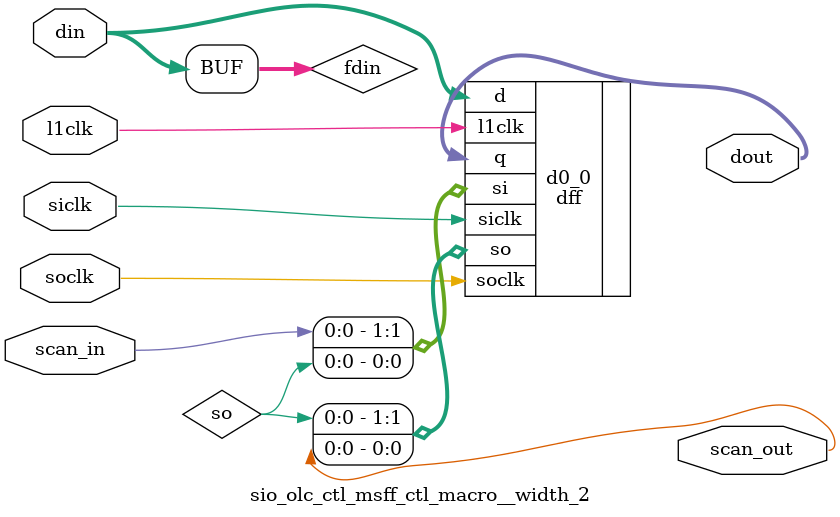
<source format=v>
`define SIO_L2SIO_J_BIT            31
`define SIO_L2SIO_CTGECC_MSB_BIT   30
`define SIO_L2SIO_CTGECC_LSB_BIT   25
`define SIO_L2SIO_RASUE_BIT           24
`define SIO_L2SIO_O_BIT            23
`define SIO_L2SIO_P_BIT            22
`define SIO_L2SIO_E_BIT            21
`define SIO_L2SIO_S_BIT            20
`define SIO_L2SIO_CBA2_BIT         19
`define SIO_L2SIO_CBA1_BIT         18
`define SIO_L2SIO_CBA0_BIT         17
`define SIO_L2SIO_R_BIT            16

`define RF_RDEN_OFFSTATE            1'b1

/* 2 per L2 bank, or 16 instances in SIO */
/* Write fast, Read fast */
`define SIO_OLD_RF_DATAWIDTH          32
`define SIO_OLD_RF_ADDRWIDTH           5
`define SIO_OLD_RF_DEPTH              32

/* 2 per IO device, or 4 instances in SIO */
/* Write fast, Read slow */
/* only using 68 out of 72 bits now */
`define SIO_OPD_DATA_RF_DATAWIDTH     72
`define SIO_OPD_DATA_RF_ADDRWIDTH      6
`define SIO_OPD_DATA_RF_DEPTH         64

/* 1 per IO device, or 2 instances in SIO */	       	       
/* Write fast, Read slow */
/* Logically use 18 bits wide and 16 entries */
/* Memory compiled sync fifo - with input flops, without output flops */

`define SIO_OPD_HDR_RF_DATAWIDTH      18
`define SIO_OPD_HDR_RF_ADDRWIDTH       4
`define SIO_OPD_HDR_RF_DEPTH          16



module sio_olc_ctl (
  l2clk, 
  olc_oldue_check_clrerr, 
  olc_oldue_check_en, 
  olc_oldue_wr_en, 
  olc_oldue_rd_addr, 
  olc_oldue_selfwd, 
  olc_oldue_pass_late_ue, 
  olc_old_selhdr, 
  olc_oldhq_wr_en, 
  olc_oldhq_rd_addr, 
  olc_olddq0_wr_en, 
  olc_olddq0_wr_addr, 
  olc_olddq0_rd_en, 
  olc_olddq0_rd_addr, 
  olc_olddq1_wr_en, 
  olc_olddq1_wr_addr, 
  olc_olddq1_rd_en, 
  olc_olddq1_rd_addr, 
  l2sio_v_bit, 
  l2sio_r_bit, 
  l2sio_p_bit, 
  l2sio_j_bit, 
  l2b_sio_ue_err_r, 
  olc_opcc_req, 
  opcc_olc_gnt, 
  sio_sii_olc_ilc_dequeue, 
  ojc_old_wr_en, 
  ojc_old_jtagsr_en, 
  ojc_opcc_sync, 
  ojc_opcc_ack, 
  tcu_scan_en, 
  scan_in, 
  tcu_aclk, 
  tcu_bclk, 
  tcu_pce_ov, 
  tcu_clk_stop, 
  scan_out);
wire se;
wire siclk;
wire soclk;
wire pce_ov;
wire stop;
wire l1clk;
wire si_0;
wire so_0;
wire ojc_old_jtagsr_en_l;
wire ojc_old_jtagsr_en_r;
wire spare0_buf_32x_unused;
wire spare0_nand3_8x_unused;
wire spare0_inv_8x_unused;
wire spare0_aoi22_4x_unused;
wire spare0_buf_8x_unused;
wire spare0_oai22_4x_unused;
wire spare0_inv_16x_unused;
wire spare0_nand2_16x_unused;
wire spare0_nor3_4x_unused;
wire spare0_nand2_8x_unused;
wire spare0_buf_16x_unused;
wire spare0_nor2_16x_unused;
wire spare0_inv_32x_unused;
wire ojc_cycle_sol1;
wire ojc_cycle_sol0;
wire [5:0] shcnt;
wire ojc_cycle_soh0;
wire ojc_ack_soh0;
wire [5:0] shcnt_next;
wire ff_ojc_cycle_sox_scanin;
wire ff_ojc_cycle_sox_scanout;
wire ojc_cycle_soh1;
wire ff_ojc_ack_sox_scanin;
wire ff_ojc_ack_sox_scanout;
wire ojc_ack_sol1;
wire ojc_ack_sol0;
wire ojc_ack_soh1;
wire ff_ojc_shcnt_scanin;
wire ff_ojc_shcnt_scanout;
wire [15:0] olc_cycle_sol;
wire ue_check_en;
wire ue_wr_en;
wire [2:0] ue_wr_ptr;
wire [2:0] ue_rd_ptr;
wire olc_cycle_slph;
wire was_notcutthru;
wire uestore_;
wire olc_oldue_pass_late_ue_l;
wire olc_oldue_pass_late_ue_r;
wire ff_pass_late_ue_scanin;
wire ff_pass_late_ue_scanout;
wire ff_l2b_sio_ue_err_scanin;
wire ff_l2b_sio_ue_err_scanout;
wire olc_cycle_soh0;
wire [2:0] hq_wr_ptr;
wire [2:0] hq_rd_ptr;
wire pq0_wr_en;
wire [6:0] pq_wr_ptr;
wire pq0_rd_en;
wire [6:0] pq_rd_ptr;
wire pq1_wr_en;
wire pq1_rd_en;
wire [15:0] olc_nextcycleis_sol;
wire olc_cycle_soh1;
wire ff_olc_cycle_scanin;
wire ff_olc_cycle_scanout;
wire olc_nextcycleis_soh1;
wire hq_wr_ptr_inc;
wire [2:0] hq_wr_ptr_next;
wire [2:0] hq_wr_ptr_plus1;
wire ff_hq_wr_ptr_scanin;
wire ff_hq_wr_ptr_scanout;
wire [6:0] pq_wr_ptr_next;
wire pq_wr_ptr_inc;
wire [6:0] pq_wr_ptr_plus1;
wire ff_pq_wr_ptr_scanin;
wire ff_pq_wr_ptr_scanout;
wire ff_pq_wr_en_scanin;
wire ff_pq_wr_en_scanout;
wire pq1_nextwren;
wire pq0_nextwren;
wire pq0_wr_ptr_inc;
wire pq1_wr_ptr_inc;
wire ue_nextchecken;
wire ue_nextwren;
wire ue_wr_ptr_inc;
wire [2:0] ue_wr_ptr_next;
wire [2:0] ue_wr_ptr_plus1;
wire ff_ue_en_scanin;
wire ff_ue_en_scanout;
wire ff_ue_wr_ptr_scanin;
wire ff_ue_wr_ptr_scanout;
wire olc_nextcycleis_slpr;
wire olc_cycle_slpr;
wire header_access_same_entry;
wire oldhq_dout_r_bit;
wire payload_ready;
wire header_will_access_same_entry;
wire future_payload_ready;
wire header_now_access_same_entry;
wire future_payload_was_ready;
wire olc_nextcycleis_slph;
wire ff_slp_cycle_scanin;
wire ff_slp_cycle_scanout;
wire [2:0] hq_rd_ptr_plus1;
wire ff_header_now_access_same_entry_scanin;
wire ff_header_now_access_same_entry_scanout;
wire notcutthru;
wire payload_access_same_line;
wire same_line_write_above_threshold;
wire payload_will_access_same_line;
wire [6:0] pq_rd_ptr_plus1;
wire [6:0] pq_rd_ptr_plus6;
wire ff_payload_readys_scanin;
wire ff_payload_readys_scanout;
wire hq_rd_ptr_inc;
wire ue_rd_ptr_inc_e1;
wire [2:0] hq_rd_ptr_next;
wire ff_ue_rd_ptr_inc_scanin;
wire ff_ue_rd_ptr_inc_scanout;
wire ue_rd_ptr_inc;
wire ff_hq_rd_ptr_scanin;
wire ff_hq_rd_ptr_scanout;
wire ff_dequeue_scanin;
wire ff_dequeue_scanout;
wire pq_rd_ptr_inc;
wire pq1_nextrden;
wire pq0_nextrden;
wire [6:0] pq_rd_ptr_next;
wire [2:0] ue_rd_ptr_next;
wire [2:0] ue_rd_ptr_plus1;
wire ff_pq_rd_ptr_scanin;
wire ff_pq_rd_ptr_scanout;
wire ff_pq_rd_en_scanin;
wire ff_pq_rd_en_scanout;
wire ff_ue_rd_ptr_scanin;
wire ff_ue_rd_ptr_scanout;
wire ff_l2sio_r_bit0_scanin;
wire ff_l2sio_r_bit0_scanout;
wire pre_r_bit0;
wire l2sio_r_bit0_r;
wire ff_l2sio_r_bit1_scanin;
wire ff_l2sio_r_bit1_scanout;
wire pre_r_bit1;
wire l2sio_r_bit1_r;
wire ff_l2sio_r_bit2_scanin;
wire ff_l2sio_r_bit2_scanout;
wire pre_r_bit2;
wire l2sio_r_bit2_r;
wire ff_l2sio_r_bit3_scanin;
wire ff_l2sio_r_bit3_scanout;
wire pre_r_bit3;
wire l2sio_r_bit3_r;
wire ff_l2sio_r_bit_scanin;
wire ff_l2sio_r_bit_scanout;


   input          l2clk;
   output 	  olc_oldue_check_clrerr;      // start of parity checking -- clear out any prior error state
   output 	  olc_oldue_check_en;          // flop-enable for the parity error accumulator
   output [3:0]	  olc_oldue_wr_en;             // write enable for UE fifo
   output [1:0]   olc_oldue_rd_addr;           // read pointer for UE fifo
   output 	  olc_oldue_selfwd;          // cut-thru case --- ue fifo is not correct
   output 	  olc_oldue_pass_late_ue;
   
   output 	  olc_old_selhdr;            // select header not data as outputs


   output [3:0]	  olc_oldhq_wr_en;	// header queue write-enable
   output [ 1:0]  olc_oldhq_rd_addr;	// header queue read-addr

   output 	  olc_olddq0_wr_en;	// data queue write-enable

// output [`SIO_OLD_RF_ADDRWIDTH-1:0] olc_olddq0_wr_addr;	// data queue write-addr
   output [4:0]   olc_olddq0_wr_addr;	// data queue write-addr
   output 	  olc_olddq0_rd_en;	// data queue read-enable

// output [`SIO_OLD_RF_ADDRWIDTH-1:00] olc_olddq0_rd_addr;	// data queue read-addr
   output [4:0]   olc_olddq0_rd_addr;	// data queue read-addr

   output 	  olc_olddq1_wr_en;	// data queue write-enable

// output [`SIO_OLD_RF_ADDRWIDTH-1:00] olc_olddq1_wr_addr;	// data queue write-addr
   output [4:0]   olc_olddq1_wr_addr;	// data queue write-addr
   output 	  olc_olddq1_rd_en;	// data queue read-enable

// output [`SIO_OLD_RF_ADDRWIDTH-1:00] olc_olddq1_rd_addr;	// data queue read-addr
   output [4:0]   olc_olddq1_rd_addr;	// data queue read-addr


   input          l2sio_v_bit;          // Response valid from L2 to SIO
   input          l2sio_r_bit;          // read bit - 1 = read, 0=write
   input          l2sio_p_bit;          // Posted bit - 1=no ack needed
   input          l2sio_j_bit;          // Jtag bit - 1 = jtag
   input	  l2b_sio_ue_err_r;
 	  


   output 	  olc_opcc_req;          // request for olp bus

   input 	  opcc_olc_gnt; // transfer is granted
    
   output 	  sio_sii_olc_ilc_dequeue; // dequeued an request buffer entry
//   output 	  sio_sii_olc_ilc_data_dequeue; // dequeued a read buffer entry
   

   output [1:0]	  ojc_old_wr_en;	// store the jtag read data, 
                                        // [1]=load 8Bytes to head (63:32), [0]=load 8Bytes to tail
   output 	  ojc_old_jtagsr_en;	// either store the jtag read data or
                                        // shift....
                                        // shift out another bit from the head (lsb),
                                        // shift bits [n:1] into [n-1:0]
                                        // shift in a 0 to the tail [n]
   output 	  ojc_opcc_sync;
   output 	  ojc_opcc_ack;
 	  

   
   input 	  tcu_scan_en;
   input 	  scan_in;
   input 	  tcu_aclk;
   input 	  tcu_bclk; 
   input 	  tcu_pce_ov;
   input 	  tcu_clk_stop;
   output 	  scan_out;

   reg		pre_r_bit;

   ///////////////////////////////////////
   // Scan chain connections            
   ///////////////////////////////////////
   // scan renames
   assign 	  se = tcu_scan_en;
   assign 	  siclk = tcu_aclk;
   assign 	  soclk = tcu_bclk;
   assign 	  pce_ov = tcu_pce_ov;
   assign 	  stop = tcu_clk_stop;
   // end scan

   sio_olc_ctl_l1clkhdr_ctl_macro clkgen (
			      .l2clk  (l2clk                  ),
			      .l1en   (1'b1                   ),
			      .l1clk  (l1clk                  ),
  .pce_ov(pce_ov),
  .stop(stop),
  .se(se)
			      );
// spare gates expansion
cl_sc1_msff_8x ff_ojc_old_jtagsr_en (.l1clk(l1clk),
                               .siclk(siclk),
                               .soclk(soclk),
                               .si(si_0),
                               .so(so_0),
                               .d(ojc_old_jtagsr_en_l),
                               .q(ojc_old_jtagsr_en_r));

cl_u1_buf_32x   spare0_buf_32x (.in(1'b1),
                                   .out(spare0_buf_32x_unused));
cl_u1_nand3_8x spare0_nand3_8x (.in0(1'b1),
                                   .in1(1'b1),
                                   .in2(1'b1),
                                   .out(spare0_nand3_8x_unused));
cl_u1_inv_8x    spare0_inv_8x (.in(1'b1),
                                  .out(spare0_inv_8x_unused));
cl_u1_aoi22_4x spare0_aoi22_4x (.in00(1'b1),
                                   .in01(1'b1),
                                   .in10(1'b1),
                                   .in11(1'b1),
                                   .out(spare0_aoi22_4x_unused));
cl_u1_buf_8x    spare0_buf_8x (.in(1'b1),
                                  .out(spare0_buf_8x_unused));
cl_u1_oai22_4x spare0_oai22_4x (.in00(1'b1),
                                   .in01(1'b1),
                                   .in10(1'b1),
                                   .in11(1'b1),
                                   .out(spare0_oai22_4x_unused));
cl_u1_inv_16x   spare0_inv_16x (.in(1'b1),
                                   .out(spare0_inv_16x_unused));
cl_u1_nand2_16x spare0_nand2_16x (.in0(1'b1),
                                     .in1(1'b1),
                                     .out(spare0_nand2_16x_unused));
cl_u1_nor3_4x spare0_nor3_4x (.in0(1'b0),
                                 .in1(1'b0),
                                 .in2(1'b0),
                                 .out(spare0_nor3_4x_unused));
cl_u1_nand2_8x spare0_nand2_8x (.in0(1'b1),
                                   .in1(1'b1),
                                   .out(spare0_nand2_8x_unused));
cl_u1_buf_16x   spare0_buf_16x (.in(1'b1),
                                   .out(spare0_buf_16x_unused));
cl_u1_nor2_16x spare0_nor2_16x (.in0(1'b0),
                                   .in1(1'b0),
                                   .out(spare0_nor2_16x_unused));
cl_u1_inv_32x   spare0_inv_32x (.in(1'b1),
                                   .out(spare0_inv_32x_unused));


   ///////////////////////////////////////
   // BEGIN JTAG RESPONSE SECTION
   ///////////////////////////////////////
   
   assign 	  ojc_old_wr_en[1:0] = {ojc_cycle_sol1, ojc_cycle_sol0};
   
   assign 	  ojc_old_jtagsr_en = |{ojc_old_jtagsr_en_l, ojc_old_jtagsr_en_r};
   assign 	  ojc_old_jtagsr_en_l = |{ojc_cycle_sol1, ojc_cycle_sol0, shcnt[5:0]};
   
   assign 	  ojc_cycle_soh0 = l2sio_v_bit & l2sio_j_bit;
   assign 	  ojc_ack_soh0 = l2sio_v_bit & ~l2sio_r_bit;

   assign 	  shcnt_next[5:0] = (ojc_cycle_sol1 | (|shcnt[5:0])) ? (shcnt[5:0] + 6'b000001) : 6'b000000;

   
   sio_olc_ctl_msff_ctl_macro__width_4 ff_ojc_cycle_sox  (
	.scan_in(ff_ojc_cycle_sox_scanin),
	.scan_out(ff_ojc_cycle_sox_scanout),
	.din  ({ojc_cycle_sol1, ojc_cycle_sol0, ojc_cycle_soh1, ojc_cycle_soh0}),
	.dout ({ojc_opcc_sync,  ojc_cycle_sol1, ojc_cycle_sol0, ojc_cycle_soh1}),
  .l1clk(l1clk),
  .siclk(siclk),
  .soclk(soclk)
	);

   sio_olc_ctl_msff_ctl_macro__width_4 ff_ojc_ack_sox  (
	.scan_in(ff_ojc_ack_sox_scanin),
	.scan_out(ff_ojc_ack_sox_scanout),
	.din  ({ojc_ack_sol1, ojc_ack_sol0, ojc_ack_soh1, ojc_ack_soh0}),
	.dout ({ojc_opcc_ack, ojc_ack_sol1, ojc_ack_sol0, ojc_ack_soh1}),
  .l1clk(l1clk),
  .siclk(siclk),
  .soclk(soclk)
	);

   sio_olc_ctl_msff_ctl_macro__width_6 ff_ojc_shcnt  (
	.scan_in(ff_ojc_shcnt_scanin),
	.scan_out(ff_ojc_shcnt_scanout),
	.din  (shcnt_next[5:0]),
	.dout (shcnt[5:0]),
  .l1clk(l1clk),
  .siclk(siclk),
  .soclk(soclk)
	);


   ///////////////////////////////////////
   // END JTAG RESPONSE SECTION
   ///////////////////////////////////////
   
   ///////////////////////////////////////
   // BEGIN UE CONTROL SECTION
   ///////////////////////////////////////
   

   
   assign 	 olc_oldue_check_clrerr = olc_cycle_sol[0];
   assign 	 olc_oldue_check_en     = ue_check_en;
   assign 	 olc_oldue_wr_en[3:0]   = {4{ue_wr_en}} & {ue_wr_ptr[1:0] == 2'b11,
							   ue_wr_ptr[1:0] == 2'b10,
							   ue_wr_ptr[1:0] == 2'b01,
							   ue_wr_ptr[1:0] == 2'b00
							  };

   assign        olc_oldue_rd_addr[1:0] = ue_rd_ptr[1:0];
   assign 	 olc_oldue_selfwd       = olc_cycle_slph & was_notcutthru;

   assign 	 uestore_ = ~|olc_oldue_wr_en[3:0];
   assign 	 olc_oldue_pass_late_ue_l = l2sio_v_bit ? 1'b0 :l2b_sio_ue_err_r ? 1'b1 :
		 olc_oldue_pass_late_ue_r;

   // flop the olc_oldue_selfwd setting....clear when we see the ue_we
   sio_olc_ctl_msff_ctl_macro__width_1 ff_pass_late_ue  (
	.scan_in(ff_pass_late_ue_scanin),
	.scan_out(ff_pass_late_ue_scanout),
	.din  (olc_oldue_pass_late_ue_l),
	.dout (olc_oldue_pass_late_ue_r),
  .l1clk(l1clk),
  .siclk(siclk),
  .soclk(soclk)
	);

   sio_olc_ctl_msff_ctl_macro__width_1 ff_l2b_sio_ue_err  (
	.scan_in(ff_l2b_sio_ue_err_scanin),
	.scan_out(ff_l2b_sio_ue_err_scanout),
	.din  (olc_oldue_pass_late_ue_r),
	.dout (olc_oldue_pass_late_ue),
  .l1clk(l1clk),
  .siclk(siclk),
  .soclk(soclk)
	);


   ///////////////////////////////////////
   // END UE CONTROL SECTION
   ///////////////////////////////////////
   
   /////////////////////////////////////////////
   // BEGIN OLDHQ/OLDDQ OUTPUT SIGNALS SECTION
   /////////////////////////////////////////////


   assign 	 olc_old_selhdr         = olc_cycle_slph;
   assign        olc_oldhq_wr_en[3:0] = {4{olc_cycle_soh0}} & {hq_wr_ptr[1:0] == 2'b11,
							       hq_wr_ptr[1:0] == 2'b10,
							       hq_wr_ptr[1:0] == 2'b01,
							       hq_wr_ptr[1:0] == 2'b00
							  };

   assign        olc_oldhq_rd_addr[1:0] = hq_rd_ptr[1:0];

   assign        olc_olddq0_wr_en        = pq0_wr_en;
   assign        olc_olddq0_wr_addr[4:0] = pq_wr_ptr[5:1];
   assign 	 olc_olddq0_rd_en        = pq0_rd_en;
   assign        olc_olddq0_rd_addr[4:0] = pq_rd_ptr[5:1];

   assign        olc_olddq1_wr_en        = pq1_wr_en;
   assign        olc_olddq1_wr_addr[4:0] = pq_wr_ptr[5:1];
   assign 	 olc_olddq1_rd_en        = pq1_rd_en;
   assign        olc_olddq1_rd_addr[4:0] = pq_rd_ptr[5:1];

   /////////////////////////////////////////////
   // END OLDHQ/OLDDQ OUTPUT SIGNALS SECTION
   /////////////////////////////////////////////

   /////////////////////////////////////////////
   // BEGIN  MAIN WRITE CONTROL SECTION
   /////////////////////////////////////////////


   /////////////////////////////////////////////
   //
   // PACKET CYCLE STATEMACHINE
   //
   /////////////////////////////////////////////
   // initiate packet state SOH0 if
   //       tag vld cycle
   //         it's not a jtag source AND
   //         it's a read response or nonposted
   //                 (technically dmu is not allowed to send nonposted...)
   //                  so really should be tag vld and nonposted AND ENT)
   assign 	 olc_cycle_soh0  = l2sio_v_bit & ~l2sio_j_bit & (l2sio_r_bit | ~l2sio_p_bit);
   assign        olc_nextcycleis_sol[15:0] = {olc_cycle_sol[14:0], olc_cycle_soh1};
 
   sio_olc_ctl_msff_ctl_macro__width_17 ff_olc_cycle  (
	.scan_in(ff_olc_cycle_scanin),
	.scan_out(ff_olc_cycle_scanout),
	.din  ({olc_nextcycleis_sol[15:0], olc_nextcycleis_soh1}),
	.dout ({olc_cycle_sol[15:0],       olc_cycle_soh1}),
  .l1clk(l1clk),
  .siclk(siclk),
  .soclk(soclk)
	);

   /////////////////////////////////////////////
   //
   // HEADER QUEUE WRITE POINTER LOGIC
   //
   /////////////////////////////////////////////
   //
   // top bit is to tell wrap around case 
   // -- if top bit diff and lower bits identical, then all full
   // -- if top bit same and lower bits identical, then all empty
   //
   /////////////////////////////////////////////
   
   assign 	 hq_wr_ptr_inc = olc_cycle_soh0;
   assign        olc_nextcycleis_soh1 = l2sio_v_bit & ~l2sio_j_bit & l2sio_r_bit;
   assign 	 hq_wr_ptr_next[2:0] = hq_wr_ptr_inc ? hq_wr_ptr_plus1[2:0] : hq_wr_ptr[2:0];

   assign 	 hq_wr_ptr_plus1[2:0] = hq_wr_ptr[2:0] + 3'b001;


   sio_olc_ctl_msff_ctl_macro__width_3 ff_hq_wr_ptr  (
	.scan_in(ff_hq_wr_ptr_scanin),
	.scan_out(ff_hq_wr_ptr_scanout),
	.din  (hq_wr_ptr_next[2:0]),
	.dout (hq_wr_ptr[2:0]),
  .l1clk(l1clk),
  .siclk(siclk),
  .soclk(soclk)
	);

   /////////////////////////////////////////////
   //
   // PAYLOAD WRITE POINTER LOGIC 
   //
   /////////////////////////////////////////////
   //
   // - 16 cycles of 32bit per packet, 4 packet deep
   //   subdivided into an upper and lower half
   //    for writing, 
   //   reading is to both simultaneously
   //
   //
   /////////////////////////////////////////////

   assign 	 pq_wr_ptr_next[6:0] = pq_wr_ptr_inc ? pq_wr_ptr_plus1[6:0] : pq_wr_ptr[6:0];

   assign 	 pq_wr_ptr_plus1[6:0] = pq_wr_ptr[6:0] + 7'b0000001;
   

   sio_olc_ctl_msff_ctl_macro__width_7 ff_pq_wr_ptr  (
	.scan_in(ff_pq_wr_ptr_scanin),
	.scan_out(ff_pq_wr_ptr_scanout),
	.din  (pq_wr_ptr_next[6:0]),
	.dout (pq_wr_ptr[6:0]),
  .l1clk(l1clk),
  .siclk(siclk),
  .soclk(soclk)
	);

   sio_olc_ctl_msff_ctl_macro__width_2 ff_pq_wr_en  (
	.scan_in(ff_pq_wr_en_scanin),
	.scan_out(ff_pq_wr_en_scanout),
	.din  ({pq1_nextwren, pq0_nextwren}),
	.dout ({pq1_wr_en,    pq0_wr_en}),
  .l1clk(l1clk),
  .siclk(siclk),
  .soclk(soclk)
        );

   /////////////////////////////////////////////
   //
   // LOWER HALF PAYLOAD QUEUE 
   // start write-enable assertion next cycle when : 
   //         we're writing the header this cycle OR
   //         (we're writing the upper half of the packet queue AND 
   //          it's not the the 7th write of the upper half of the packet
   //         )
   //
   /////////////////////////////////////////////
   assign 	 pq0_nextwren = olc_nextcycleis_soh1 | (pq1_wr_en & ~&pq_wr_ptr[3:1]);
   assign 	 pq0_wr_ptr_inc = pq0_wr_en;
   
   /////////////////////////////////////////////
   //
   // UPPER HALF PAYLOAD QUEUE 
   // start write-enable assertion next cycle when :
   //         we're writing the lower half this cycle (always a pair)
   //
   /////////////////////////////////////////////
   assign 	 pq1_nextwren = pq0_wr_en;
   assign 	 pq1_wr_ptr_inc = pq1_wr_en;
   
   /////////////////////////////////////////////
   //
   // Master payload queue write pointer increments whenever each half increments
   //
   /////////////////////////////////////////////
   assign 	 pq_wr_ptr_inc = pq0_wr_ptr_inc | pq1_wr_ptr_inc;

   /////////////////////////////////////////////
   //
   // UE QUEUE
   //
   // start parity check flop enable next cycle when :
   //         we're have flopped the header this cycle (header was on bus last cycle)
   //           OR
   //         (we've been accumulating and the NEXT cycle is dataF - starting from data0)
   //
   /////////////////////////////////////////////
   assign 	 ue_nextchecken = olc_cycle_soh1 | (ue_check_en & ~olc_cycle_sol[15]);

   assign 	 ue_nextwren    = ue_check_en & olc_cycle_sol[15];
   assign 	 ue_wr_ptr_inc  = ue_nextwren;

   assign 	 ue_wr_ptr_next[2:0] = ue_wr_ptr_inc ? ue_wr_ptr_plus1[2:0] : ue_wr_ptr[2:0];
   
   sio_olc_ctl_msff_ctl_macro__width_2 ff_ue_en  (
	.scan_in(ff_ue_en_scanin),
	.scan_out(ff_ue_en_scanout),
	.din  ({ue_nextchecken, ue_nextwren}),
	.dout ({ue_check_en, ue_wr_en}),
  .l1clk(l1clk),
  .siclk(siclk),
  .soclk(soclk)
        );
		 
   assign 	 ue_wr_ptr_plus1[2:0] = ue_wr_ptr[2:0] + 3'b001;
   

   sio_olc_ctl_msff_ctl_macro__width_3 ff_ue_wr_ptr  (
	.scan_in(ff_ue_wr_ptr_scanin),
	.scan_out(ff_ue_wr_ptr_scanout),
	.din  (ue_wr_ptr_next[2:0]),
	.dout (ue_wr_ptr[2:0]),
  .l1clk(l1clk),
  .siclk(siclk),
  .soclk(soclk)
	);

   /////////////////////////////////////////////
   // END  MAIN WRITE CONTROL SECTION
   /////////////////////////////////////////////

   /////////////////////////////////////////////
   // BEGIN  MAIN READ CONTROL SECTION
   /////////////////////////////////////////////

   /////////////////////////////////////////////
   //
   //
   // READ SIDE TO OPD/C
   //
   /////////////////////////////////////////////
   //
   // ok to make a request NEXT CYCLE if any of the following are true
   // 0.   we made a request and we don't see grant
   // 1.   it's not the case we're seeing grant now  ==> headptr is correct
   //       header queue is not empty AND (1a or 1b)
   // 1a.   the current header points to a write
   // 1b.   the current header points to a read AND $L has been filled
   // 2.   it's the case we're seeing grant now ==> headptr is not correct until next cycle
   //       so we can only make a new request if ++headptr will not access the write entry 
   //            AND if (
   //                    it's currently a write then the current payload must be ready
   //                     because we can't predict if the next entry is a read or a write
   //                 OR it's currently a read then then the future payload must be ready
   //                   )
   //
   /////////////////////////////////////////////

   assign 	 olc_nextcycleis_slpr = 
		       // case0 : we have made a request and don't see grant
		       (olc_cycle_slpr & ~opcc_olc_gnt) |
		       // case1 : initial request (~gnt) :
		       //          header queue is not empty (header ptrs are different) AND
		       //          ( it's a write-ack (no need to check for data payload ready) OR
		       //               it's a read (check payload is ready) )
                       (~opcc_olc_gnt & ~header_access_same_entry & 
                                           (~oldhq_dout_r_bit | (oldhq_dout_r_bit & payload_ready))) |
		       // case2 : back-to-back request : we see grant now
		       //          header queue won't be empty (the post increment hq read pointer != hq write pointer) AND
		       //          ( future payload is guaranteed to be ready OR
		       //             payload is ready now (even before incrementing pq read pointer)
		       //            if it's currently a write because
		       //              we can't predict if the next entry is a read or a write)
		                        (opcc_olc_gnt & ~header_will_access_same_entry & 
                                           (future_payload_ready | 
		                            (~oldhq_dout_r_bit & payload_ready)));
   

   assign 	 olc_opcc_req = olc_cycle_slpr | (olc_cycle_slph & ~header_now_access_same_entry & 
                                                   (~oldhq_dout_r_bit | (oldhq_dout_r_bit & future_payload_was_ready)));
   assign 	 olc_nextcycleis_slph = opcc_olc_gnt & olc_cycle_slpr;

//   assign 	 olc_nextcycleis_slpp[14:0] = {olc_cycle_slpp[13:0], (oldhq_dout_r_bit & olc_cycle_slph)};
   
   sio_olc_ctl_msff_ctl_macro__width_2 ff_slp_cycle  (
	.scan_in(ff_slp_cycle_scanin),
	.scan_out(ff_slp_cycle_scanout),
	.din  ({olc_nextcycleis_slph, olc_nextcycleis_slpr}),
	.dout ({olc_cycle_slph,       olc_cycle_slpr}),
  .l1clk(l1clk),
  .siclk(siclk),
  .soclk(soclk)
	);
					   
   assign 	 header_access_same_entry = (hq_wr_ptr[2:0] == hq_rd_ptr[2:0]);
   

   assign 	 header_will_access_same_entry = (hq_wr_ptr[2:0] == hq_rd_ptr_plus1[2:0]);
   

   sio_olc_ctl_msff_ctl_macro__width_1 ff_header_now_access_same_entry  (
	.scan_in(ff_header_now_access_same_entry_scanin),
	.scan_out(ff_header_now_access_same_entry_scanout),
	.din (header_will_access_same_entry), 
	.dout (header_now_access_same_entry),
  .l1clk(l1clk),
  .siclk(siclk),
  .soclk(soclk)
	);
   
   // be speculatively early 1 cyle due to request-grant latency
   // can't be earlier than 2 cycles after last piece of data
   // because UE would not be available to drive
   // 
   // pointer is not reliable if we're currently reading anything except the last chunk


   // If we're filling a cacheline and will be early accessing the line
   //   this is the minimum write pointer threshold
   // This value is set to 16 cycles - 2 (for UE) + 1 (req-gnt penalty) (fully accumulated with no ue forwarding)
   //                     - 1 (header) - 8 (transfer all the data)
   //                = 6 cycles has been written for cut-through case with UE converted to poisoned parity
   // 
   //   assign 	 same_line_write_above_threshold = &pq_wr_ptr[3:0]; // fully accumulated
   assign 	 notcutthru = (&pq_wr_ptr[3:0] & payload_access_same_line) | ~payload_access_same_line; // fully accumulated
   assign 	 same_line_write_above_threshold = (pq_wr_ptr[3]); // | (pq_wr_ptr[3:1] == 3'b011));
   
   // ready if any of the following are true
   //  1. we're accesing same cacheline and write has filled above the threshold (cut thru case)
   //  2. we're not currently accessing the same line and we won't be accessing the same line
   //      (this ensures that if we're doing cut-thru, we won't jump ahead on the next one)
   
   assign        future_payload_ready =  (~payload_access_same_line & ~payload_will_access_same_line) |				                                     (~payload_access_same_line &  payload_will_access_same_line & same_line_write_above_threshold );			 
   
   assign 	 payload_ready = ( payload_access_same_line & same_line_write_above_threshold) |
		                 (~payload_access_same_line & ~payload_will_access_same_line);
   
   
   assign 	 payload_access_same_line = (pq_wr_ptr[6:4] == pq_rd_ptr[6:4]);
   

   assign 	 payload_will_access_same_line = (pq_wr_ptr[6:4] == pq_rd_ptr_plus1[6:4]) | (pq_wr_ptr[6:4] == pq_rd_ptr_plus6[6:4]);


   sio_olc_ctl_msff_ctl_macro__width_2 ff_payload_readys  (
	.scan_in(ff_payload_readys_scanin),
	.scan_out(ff_payload_readys_scanout),
	.din ({future_payload_ready, notcutthru}),
	.dout ({future_payload_was_ready, was_notcutthru}),
  .l1clk(l1clk),
  .siclk(siclk),
  .soclk(soclk)
	);


   /////////////////////////////////////////////
   //
   // HEADER QUEUE READ POINTER LOGIC
   //
   // UE QUEUE goes with header queue on the read side
   //
   /////////////////////////////////////////////
   assign 	 hq_rd_ptr_inc = olc_nextcycleis_slph;
   assign 	 ue_rd_ptr_inc_e1 = olc_nextcycleis_slph & oldhq_dout_r_bit;
   assign 	 hq_rd_ptr_next[2:0] = hq_rd_ptr_inc ? hq_rd_ptr_plus1[2:0] : hq_rd_ptr[2:0];

   sio_olc_ctl_msff_ctl_macro__width_1 ff_ue_rd_ptr_inc  (
	.scan_in(ff_ue_rd_ptr_inc_scanin),
	.scan_out(ff_ue_rd_ptr_inc_scanout),
	.din  (ue_rd_ptr_inc_e1),
	.dout (ue_rd_ptr_inc),
  .l1clk(l1clk),
  .siclk(siclk),
  .soclk(soclk)
	);

   assign 	 hq_rd_ptr_plus1[2:0] = hq_rd_ptr[2:0] + 3'b001;
   
//   increment_macro inc_hq_rd_ptr_plus1 (width=4) (
//	  .cin  (1'b1),
//	  .din  ({1'b0, hq_rd_ptr[2:0]}),
//	  .dout ({hq_rd_ptr_dummybit, hq_rd_ptr_plus1[2:0]})
//	  );

   sio_olc_ctl_msff_ctl_macro__width_3 ff_hq_rd_ptr  (
	.scan_in(ff_hq_rd_ptr_scanin),
	.scan_out(ff_hq_rd_ptr_scanout),
	.din  (hq_rd_ptr_next[2:0]),
	.dout (hq_rd_ptr[2:0]),
  .l1clk(l1clk),
  .siclk(siclk),
  .soclk(soclk)
	);


   /////////////////////////////////////////////
   //
   // PAYLOAD READ POINTER LOGIC - 8 cycles of 64bit per packet, 4 packet deep//
   //
   /////////////////////////////////////////////

   sio_olc_ctl_msff_ctl_macro__width_1 ff_dequeue  (
	.scan_in(ff_dequeue_scanin),
	.scan_out(ff_dequeue_scanout),
	.din  (hq_rd_ptr_inc),
	.dout (sio_sii_olc_ilc_dequeue),
  .l1clk(l1clk),
  .siclk(siclk),
  .soclk(soclk)
	);

   /////////////////////////////////////////////
   //
   // Master payload queue read pointer increments each cycle
   //
   /////////////////////////////////////////////

   assign 	 pq_rd_ptr_inc = (olc_nextcycleis_slph & oldhq_dout_r_bit) | 
		                 (|pq_rd_ptr[3:1]);
   

   assign 	 pq1_nextrden = (olc_cycle_slpr & oldhq_dout_r_bit) | (|pq_rd_ptr[3:1] & ~&pq_rd_ptr[3:1]);
   assign 	 pq0_nextrden = (olc_cycle_slpr & oldhq_dout_r_bit) | (|pq_rd_ptr[3:1] & ~&pq_rd_ptr[3:1]);

   assign 	 pq_rd_ptr_next[6:0] = pq_rd_ptr_inc ? pq_rd_ptr_plus1[6:0] : pq_rd_ptr[6:0];
   assign 	 ue_rd_ptr_next[2:0] = ue_rd_ptr_inc ? ue_rd_ptr_plus1[2:0] : ue_rd_ptr[2:0];

  
   assign 	 pq_rd_ptr_plus1[6:0] = {pq_rd_ptr[6:1] + 6'b000001, 1'b0};
   assign 	 pq_rd_ptr_plus6[6:0] = {pq_rd_ptr[6:1] + 6'b000110, 1'b0};   

   sio_olc_ctl_msff_ctl_macro__width_7 ff_pq_rd_ptr  (
	.scan_in(ff_pq_rd_ptr_scanin),
	.scan_out(ff_pq_rd_ptr_scanout),
	.din  (pq_rd_ptr_next[6:0]),
	.dout (pq_rd_ptr[6:0]),
  .l1clk(l1clk),
  .siclk(siclk),
  .soclk(soclk)
	);

   sio_olc_ctl_msff_ctl_macro__width_2 ff_pq_rd_en  (
	.scan_in(ff_pq_rd_en_scanin),
	.scan_out(ff_pq_rd_en_scanout),
	.din  ({pq1_nextrden, pq0_nextrden}),
	.dout ({pq1_rd_en,    pq0_rd_en}),
  .l1clk(l1clk),
  .siclk(siclk),
  .soclk(soclk)
        );

   assign 	 ue_rd_ptr_plus1[2:0] = ue_rd_ptr[2:0] + 3'b001;
   

   sio_olc_ctl_msff_ctl_macro__width_3 ff_ue_rd_ptr  (
	.scan_in(ff_ue_rd_ptr_scanin),
	.scan_out(ff_ue_rd_ptr_scanout),
	.din  (ue_rd_ptr_next[2:0]),
	.dout (ue_rd_ptr[2:0]),
  .l1clk(l1clk),
  .siclk(siclk),
  .soclk(soclk)
	);

   /////////////////////////////////////////////
   // Create flop r_bit for timing purpose 
   /////////////////////////////////////////////

   sio_olc_ctl_msff_ctl_macro__width_1 ff_l2sio_r_bit0  (
	.scan_in(ff_l2sio_r_bit0_scanin),
	.scan_out(ff_l2sio_r_bit0_scanout),
	.din  (pre_r_bit0),
	.dout (l2sio_r_bit0_r),
  .l1clk(l1clk),
  .siclk(siclk),
  .soclk(soclk)
	);

   sio_olc_ctl_msff_ctl_macro__width_1 ff_l2sio_r_bit1  (
	.scan_in(ff_l2sio_r_bit1_scanin),
	.scan_out(ff_l2sio_r_bit1_scanout),
	.din  (pre_r_bit1),
	.dout (l2sio_r_bit1_r),
  .l1clk(l1clk),
  .siclk(siclk),
  .soclk(soclk)
	);

   sio_olc_ctl_msff_ctl_macro__width_1 ff_l2sio_r_bit2  (
	.scan_in(ff_l2sio_r_bit2_scanin),
	.scan_out(ff_l2sio_r_bit2_scanout),
	.din  (pre_r_bit2),
	.dout (l2sio_r_bit2_r),
  .l1clk(l1clk),
  .siclk(siclk),
  .soclk(soclk)
	);

   sio_olc_ctl_msff_ctl_macro__width_1 ff_l2sio_r_bit3  (
	.scan_in(ff_l2sio_r_bit3_scanin),
	.scan_out(ff_l2sio_r_bit3_scanout),
	.din  (pre_r_bit3),
	.dout (l2sio_r_bit3_r),
  .l1clk(l1clk),
  .siclk(siclk),
  .soclk(soclk)
	);

  assign pre_r_bit0	= olc_oldhq_wr_en[0] ? l2sio_r_bit : l2sio_r_bit0_r;
  assign pre_r_bit1	= olc_oldhq_wr_en[1] ? l2sio_r_bit : l2sio_r_bit1_r;
  assign pre_r_bit2	= olc_oldhq_wr_en[2] ? l2sio_r_bit : l2sio_r_bit2_r;
  assign pre_r_bit3	= olc_oldhq_wr_en[3] ? l2sio_r_bit : l2sio_r_bit3_r;
 
   always @ (pre_r_bit0 or pre_r_bit1 or pre_r_bit2 or pre_r_bit3 or hq_rd_ptr_next[1:0])
    	case (hq_rd_ptr_next[1:0])	//synopsys parallel_case full_case
		2'b00	: pre_r_bit 	= pre_r_bit0;
		2'b01	: pre_r_bit 	= pre_r_bit1;
		2'b10	: pre_r_bit 	= pre_r_bit2;
		2'b11	: pre_r_bit 	= pre_r_bit3;
   	endcase
  
   sio_olc_ctl_msff_ctl_macro__width_1 ff_l2sio_r_bit  (
	.scan_in(ff_l2sio_r_bit_scanin),
	.scan_out(ff_l2sio_r_bit_scanout),
	.din  (pre_r_bit),
	.dout (oldhq_dout_r_bit),
  .l1clk(l1clk),
  .siclk(siclk),
  .soclk(soclk)
	);


   /////////////////////////////////////////////
   // END  MAIN READ CONTROL SECTION
   /////////////////////////////////////////////

supply0 vss; // <- port for ground
supply1 vdd; // <- port for power 

// fixscan start:
assign si_0             = scan_in                  ;
assign ff_ojc_cycle_sox_scanin   = so_0;
assign ff_ojc_ack_sox_scanin     = ff_ojc_cycle_sox_scanout ;
assign ff_ojc_shcnt_scanin       = ff_ojc_ack_sox_scanout   ;
assign ff_pass_late_ue_scanin    = ff_ojc_shcnt_scanout     ;
assign ff_l2b_sio_ue_err_scanin  = ff_pass_late_ue_scanout  ;
assign ff_olc_cycle_scanin       = ff_l2b_sio_ue_err_scanout;
assign ff_hq_wr_ptr_scanin       = ff_olc_cycle_scanout     ;
assign ff_pq_wr_ptr_scanin       = ff_hq_wr_ptr_scanout     ;
assign ff_pq_wr_en_scanin        = ff_pq_wr_ptr_scanout     ;
assign ff_ue_en_scanin           = ff_pq_wr_en_scanout      ;
assign ff_ue_wr_ptr_scanin       = ff_ue_en_scanout         ;
assign ff_slp_cycle_scanin       = ff_ue_wr_ptr_scanout     ;
assign ff_header_now_access_same_entry_scanin = ff_slp_cycle_scanout     ;
assign ff_payload_readys_scanin  = ff_header_now_access_same_entry_scanout;
assign ff_ue_rd_ptr_inc_scanin   = ff_payload_readys_scanout;
assign ff_hq_rd_ptr_scanin       = ff_ue_rd_ptr_inc_scanout ;
assign ff_dequeue_scanin         = ff_hq_rd_ptr_scanout     ;
assign ff_pq_rd_ptr_scanin       = ff_dequeue_scanout       ;
assign ff_pq_rd_en_scanin        = ff_pq_rd_ptr_scanout     ;
assign ff_ue_rd_ptr_scanin       = ff_pq_rd_en_scanout      ;
assign ff_l2sio_r_bit0_scanin    = ff_ue_rd_ptr_scanout     ;
assign ff_l2sio_r_bit1_scanin    = ff_l2sio_r_bit0_scanout  ;
assign ff_l2sio_r_bit2_scanin    = ff_l2sio_r_bit1_scanout  ;
assign ff_l2sio_r_bit3_scanin    = ff_l2sio_r_bit2_scanout  ;
assign ff_l2sio_r_bit_scanin     = ff_l2sio_r_bit3_scanout  ;
assign scan_out                  = ff_l2sio_r_bit_scanout   ;
// fixscan end:
endmodule






// any PARAMS parms go into naming of macro

module sio_olc_ctl_l1clkhdr_ctl_macro (
  l2clk, 
  l1en, 
  pce_ov, 
  stop, 
  se, 
  l1clk);


  input l2clk;
  input l1en;
  input pce_ov;
  input stop;
  input se;
  output l1clk;



 

cl_sc1_l1hdr_8x c_0 (


   .l2clk(l2clk),
   .pce(l1en),
   .l1clk(l1clk),
  .se(se),
  .pce_ov(pce_ov),
  .stop(stop)
);



endmodule













// any PARAMS parms go into naming of macro

module sio_olc_ctl_msff_ctl_macro__width_4 (
  din, 
  l1clk, 
  scan_in, 
  siclk, 
  soclk, 
  dout, 
  scan_out);
wire [3:0] fdin;
wire [2:0] so;

  input [3:0] din;
  input l1clk;
  input scan_in;


  input siclk;
  input soclk;

  output [3:0] dout;
  output scan_out;
assign fdin[3:0] = din[3:0];






dff #(4)  d0_0 (
.l1clk(l1clk),
.siclk(siclk),
.soclk(soclk),
.d(fdin[3:0]),
.si({scan_in,so[2:0]}),
.so({so[2:0],scan_out}),
.q(dout[3:0])
);












endmodule













// any PARAMS parms go into naming of macro

module sio_olc_ctl_msff_ctl_macro__width_6 (
  din, 
  l1clk, 
  scan_in, 
  siclk, 
  soclk, 
  dout, 
  scan_out);
wire [5:0] fdin;
wire [4:0] so;

  input [5:0] din;
  input l1clk;
  input scan_in;


  input siclk;
  input soclk;

  output [5:0] dout;
  output scan_out;
assign fdin[5:0] = din[5:0];






dff #(6)  d0_0 (
.l1clk(l1clk),
.siclk(siclk),
.soclk(soclk),
.d(fdin[5:0]),
.si({scan_in,so[4:0]}),
.so({so[4:0],scan_out}),
.q(dout[5:0])
);












endmodule













// any PARAMS parms go into naming of macro

module sio_olc_ctl_msff_ctl_macro__width_1 (
  din, 
  l1clk, 
  scan_in, 
  siclk, 
  soclk, 
  dout, 
  scan_out);
wire [0:0] fdin;

  input [0:0] din;
  input l1clk;
  input scan_in;


  input siclk;
  input soclk;

  output [0:0] dout;
  output scan_out;
assign fdin[0:0] = din[0:0];






dff #(1)  d0_0 (
.l1clk(l1clk),
.siclk(siclk),
.soclk(soclk),
.d(fdin[0:0]),
.si(scan_in),
.so(scan_out),
.q(dout[0:0])
);












endmodule













// any PARAMS parms go into naming of macro

module sio_olc_ctl_msff_ctl_macro__width_17 (
  din, 
  l1clk, 
  scan_in, 
  siclk, 
  soclk, 
  dout, 
  scan_out);
wire [16:0] fdin;
wire [15:0] so;

  input [16:0] din;
  input l1clk;
  input scan_in;


  input siclk;
  input soclk;

  output [16:0] dout;
  output scan_out;
assign fdin[16:0] = din[16:0];






dff #(17)  d0_0 (
.l1clk(l1clk),
.siclk(siclk),
.soclk(soclk),
.d(fdin[16:0]),
.si({scan_in,so[15:0]}),
.so({so[15:0],scan_out}),
.q(dout[16:0])
);












endmodule













// any PARAMS parms go into naming of macro

module sio_olc_ctl_msff_ctl_macro__width_3 (
  din, 
  l1clk, 
  scan_in, 
  siclk, 
  soclk, 
  dout, 
  scan_out);
wire [2:0] fdin;
wire [1:0] so;

  input [2:0] din;
  input l1clk;
  input scan_in;


  input siclk;
  input soclk;

  output [2:0] dout;
  output scan_out;
assign fdin[2:0] = din[2:0];






dff #(3)  d0_0 (
.l1clk(l1clk),
.siclk(siclk),
.soclk(soclk),
.d(fdin[2:0]),
.si({scan_in,so[1:0]}),
.so({so[1:0],scan_out}),
.q(dout[2:0])
);












endmodule













// any PARAMS parms go into naming of macro

module sio_olc_ctl_msff_ctl_macro__width_7 (
  din, 
  l1clk, 
  scan_in, 
  siclk, 
  soclk, 
  dout, 
  scan_out);
wire [6:0] fdin;
wire [5:0] so;

  input [6:0] din;
  input l1clk;
  input scan_in;


  input siclk;
  input soclk;

  output [6:0] dout;
  output scan_out;
assign fdin[6:0] = din[6:0];






dff #(7)  d0_0 (
.l1clk(l1clk),
.siclk(siclk),
.soclk(soclk),
.d(fdin[6:0]),
.si({scan_in,so[5:0]}),
.so({so[5:0],scan_out}),
.q(dout[6:0])
);












endmodule













// any PARAMS parms go into naming of macro

module sio_olc_ctl_msff_ctl_macro__width_2 (
  din, 
  l1clk, 
  scan_in, 
  siclk, 
  soclk, 
  dout, 
  scan_out);
wire [1:0] fdin;
wire [0:0] so;

  input [1:0] din;
  input l1clk;
  input scan_in;


  input siclk;
  input soclk;

  output [1:0] dout;
  output scan_out;
assign fdin[1:0] = din[1:0];






dff #(2)  d0_0 (
.l1clk(l1clk),
.siclk(siclk),
.soclk(soclk),
.d(fdin[1:0]),
.si({scan_in,so[0:0]}),
.so({so[0:0],scan_out}),
.q(dout[1:0])
);












endmodule









</source>
